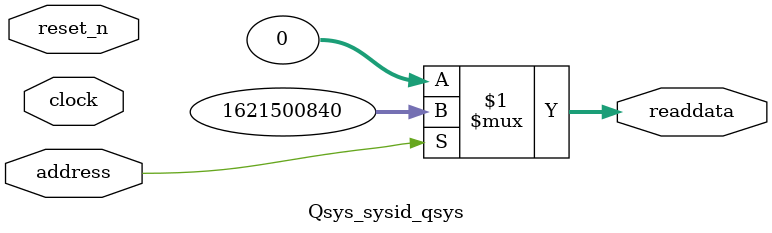
<source format=v>



// synthesis translate_off
`timescale 1ns / 1ps
// synthesis translate_on

// turn off superfluous verilog processor warnings 
// altera message_level Level1 
// altera message_off 10034 10035 10036 10037 10230 10240 10030 

module Qsys_sysid_qsys (
               // inputs:
                address,
                clock,
                reset_n,

               // outputs:
                readdata
             )
;

  output  [ 31: 0] readdata;
  input            address;
  input            clock;
  input            reset_n;

  wire    [ 31: 0] readdata;
  //control_slave, which is an e_avalon_slave
  assign readdata = address ? 1621500840 : 0;

endmodule



</source>
